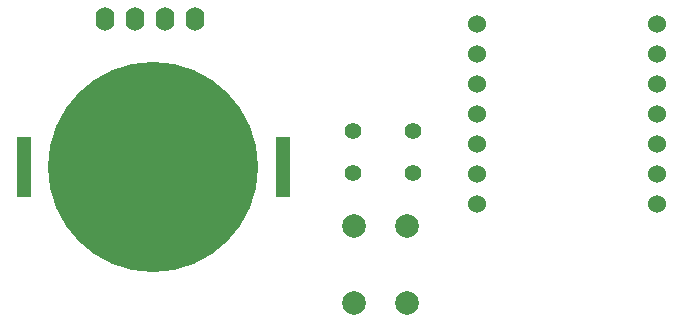
<source format=gbr>
%TF.GenerationSoftware,KiCad,Pcbnew,9.0.3*%
%TF.CreationDate,2025-08-02T05:50:16+03:00*%
%TF.ProjectId,LuminanceMeter,4c756d69-6e61-46e6-9365-4d657465722e,V0.1*%
%TF.SameCoordinates,Original*%
%TF.FileFunction,Soldermask,Bot*%
%TF.FilePolarity,Negative*%
%FSLAX46Y46*%
G04 Gerber Fmt 4.6, Leading zero omitted, Abs format (unit mm)*
G04 Created by KiCad (PCBNEW 9.0.3) date 2025-08-02 05:50:16*
%MOMM*%
%LPD*%
G01*
G04 APERTURE LIST*
%ADD10O,1.600000X2.000000*%
%ADD11C,1.400000*%
%ADD12C,2.000000*%
%ADD13C,1.524000*%
%ADD14R,1.270000X5.080000*%
%ADD15C,17.800000*%
G04 APERTURE END LIST*
D10*
%TO.C,Brd1*%
X85880000Y-62000000D03*
X88420000Y-62000000D03*
X90960000Y-62000000D03*
X93500000Y-62000000D03*
%TD*%
D11*
%TO.C,R2*%
X112000000Y-75000000D03*
X106920000Y-75000000D03*
%TD*%
%TO.C,R1*%
X112000000Y-71500000D03*
X106920000Y-71500000D03*
%TD*%
D12*
%TO.C,SW1*%
X111500000Y-79500000D03*
X111500000Y-86000000D03*
X107000000Y-79500000D03*
X107000000Y-86000000D03*
%TD*%
D13*
%TO.C,U1*%
X117380000Y-62380000D03*
X117380000Y-64920000D03*
X117380000Y-67460000D03*
X117380000Y-70000000D03*
X117380000Y-72540000D03*
X117380000Y-75080000D03*
X117380000Y-77620000D03*
X132620000Y-77620000D03*
X132620000Y-75080000D03*
X132620000Y-72540000D03*
X132620000Y-70000000D03*
X132620000Y-67460000D03*
X132620000Y-64920000D03*
X132620000Y-62380000D03*
%TD*%
D14*
%TO.C,BT1*%
X101000000Y-74500000D03*
X79030000Y-74500000D03*
D15*
X90015000Y-74500000D03*
%TD*%
M02*

</source>
